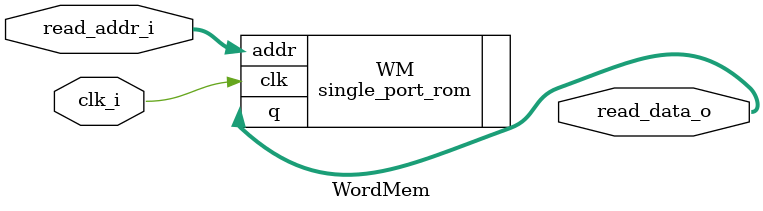
<source format=v>
module WordMem(
	input clk_i,
	input [9:0] read_addr_i,
	output [7:0] read_data_o);
	
	single_port_rom
	#(
		.DATA_WIDTH(8),
		.ADDR_WIDTH(10)
	)WM(
		.addr(read_addr_i),
		.clk(clk_i),
		.q(read_data_o));
	
endmodule

</source>
